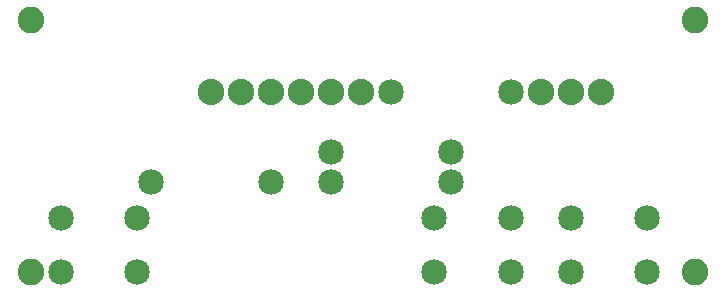
<source format=gbs>
G04 MADE WITH FRITZING*
G04 WWW.FRITZING.ORG*
G04 DOUBLE SIDED*
G04 HOLES PLATED*
G04 CONTOUR ON CENTER OF CONTOUR VECTOR*
%ASAXBY*%
%FSLAX23Y23*%
%MOIN*%
%OFA0B0*%
%SFA1.0B1.0*%
%ADD10C,0.088740*%
%ADD11C,0.085000*%
%ADD12C,0.088000*%
%LNMASK0*%
G90*
G70*
G54D10*
X75Y908D03*
X2289Y69D03*
X75Y69D03*
X2289Y908D03*
G54D11*
X1275Y669D03*
X1675Y669D03*
G54D12*
X1975Y669D03*
X1875Y669D03*
X1775Y669D03*
X1175Y669D03*
X1075Y669D03*
X975Y669D03*
X875Y669D03*
X775Y669D03*
X675Y669D03*
G54D11*
X431Y69D03*
X175Y69D03*
X431Y247D03*
X175Y247D03*
X1675Y69D03*
X1419Y69D03*
X1675Y247D03*
X1419Y247D03*
X2131Y69D03*
X1875Y69D03*
X2131Y247D03*
X1875Y247D03*
X475Y369D03*
X875Y369D03*
X1075Y369D03*
X1475Y369D03*
X1075Y469D03*
X1475Y469D03*
G04 End of Mask0*
M02*
</source>
